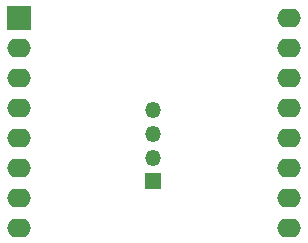
<source format=gbr>
G04 #@! TF.GenerationSoftware,KiCad,Pcbnew,5.1.9*
G04 #@! TF.CreationDate,2021-01-16T07:53:59+00:00*
G04 #@! TF.ProjectId,D1MiniGSR,44314d69-6e69-4475-9352-2e6b69636164,rev?*
G04 #@! TF.SameCoordinates,Original*
G04 #@! TF.FileFunction,Copper,L2,Bot*
G04 #@! TF.FilePolarity,Positive*
%FSLAX46Y46*%
G04 Gerber Fmt 4.6, Leading zero omitted, Abs format (unit mm)*
G04 Created by KiCad (PCBNEW 5.1.9) date 2021-01-16 07:53:59*
%MOMM*%
%LPD*%
G01*
G04 APERTURE LIST*
G04 #@! TA.AperFunction,ComponentPad*
%ADD10O,2.000000X1.600000*%
G04 #@! TD*
G04 #@! TA.AperFunction,ComponentPad*
%ADD11R,2.000000X2.000000*%
G04 #@! TD*
G04 #@! TA.AperFunction,ComponentPad*
%ADD12R,1.350000X1.350000*%
G04 #@! TD*
G04 #@! TA.AperFunction,ComponentPad*
%ADD13O,1.350000X1.350000*%
G04 #@! TD*
G04 APERTURE END LIST*
D10*
G04 #@! TO.P,U1,2*
G04 #@! TO.N,Net-(U1-Pad2)*
X97865001Y-155805001D03*
D11*
G04 #@! TO.P,U1,1*
G04 #@! TO.N,Net-(U1-Pad1)*
X97865001Y-153265001D03*
D10*
G04 #@! TO.P,U1,3*
G04 #@! TO.N,Net-(U1-Pad3)*
X97865001Y-158345001D03*
G04 #@! TO.P,U1,4*
G04 #@! TO.N,Net-(U1-Pad4)*
X97865001Y-160885001D03*
G04 #@! TO.P,U1,5*
G04 #@! TO.N,Net-(U1-Pad5)*
X97865001Y-163425001D03*
G04 #@! TO.P,U1,6*
G04 #@! TO.N,Net-(U1-Pad6)*
X97865001Y-165965001D03*
G04 #@! TO.P,U1,7*
G04 #@! TO.N,Net-(U1-Pad7)*
X97865001Y-168505001D03*
G04 #@! TO.P,U1,8*
G04 #@! TO.N,Net-(J1-Pad2)*
X97865001Y-171045001D03*
G04 #@! TO.P,U1,9*
G04 #@! TO.N,Net-(U1-Pad9)*
X120725001Y-171045001D03*
G04 #@! TO.P,U1,10*
G04 #@! TO.N,Net-(J1-Pad1)*
X120725001Y-168505001D03*
G04 #@! TO.P,U1,11*
G04 #@! TO.N,Net-(U1-Pad11)*
X120725001Y-165965001D03*
G04 #@! TO.P,U1,12*
G04 #@! TO.N,Net-(U1-Pad12)*
X120725001Y-163425001D03*
G04 #@! TO.P,U1,13*
G04 #@! TO.N,Net-(J1-Pad3)*
X120725001Y-160885001D03*
G04 #@! TO.P,U1,14*
G04 #@! TO.N,Net-(J1-Pad4)*
X120725001Y-158345001D03*
G04 #@! TO.P,U1,15*
G04 #@! TO.N,Net-(U1-Pad15)*
X120725001Y-155805001D03*
G04 #@! TO.P,U1,16*
G04 #@! TO.N,Net-(U1-Pad16)*
X120725001Y-153265001D03*
G04 #@! TD*
D12*
G04 #@! TO.P,J1,1*
G04 #@! TO.N,Net-(J1-Pad1)*
X109220000Y-167100000D03*
D13*
G04 #@! TO.P,J1,2*
G04 #@! TO.N,Net-(J1-Pad2)*
X109220000Y-165100000D03*
G04 #@! TO.P,J1,3*
G04 #@! TO.N,Net-(J1-Pad3)*
X109220000Y-163100000D03*
G04 #@! TO.P,J1,4*
G04 #@! TO.N,Net-(J1-Pad4)*
X109220000Y-161100000D03*
G04 #@! TD*
M02*

</source>
